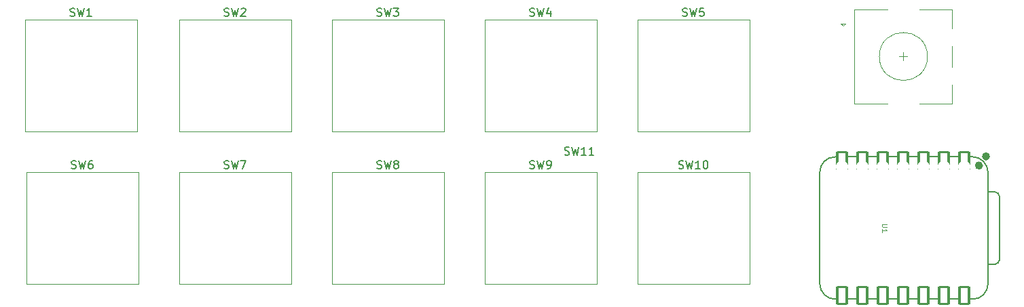
<source format=gto>
G04 #@! TF.GenerationSoftware,KiCad,Pcbnew,9.0.1*
G04 #@! TF.CreationDate,2025-06-11T13:57:41-04:00*
G04 #@! TF.ProjectId,hackpad,6861636b-7061-4642-9e6b-696361645f70,rev?*
G04 #@! TF.SameCoordinates,Original*
G04 #@! TF.FileFunction,Legend,Top*
G04 #@! TF.FilePolarity,Positive*
%FSLAX46Y46*%
G04 Gerber Fmt 4.6, Leading zero omitted, Abs format (unit mm)*
G04 Created by KiCad (PCBNEW 9.0.1) date 2025-06-11 13:57:41*
%MOMM*%
%LPD*%
G01*
G04 APERTURE LIST*
G04 Aperture macros list*
%AMRoundRect*
0 Rectangle with rounded corners*
0 $1 Rounding radius*
0 $2 $3 $4 $5 $6 $7 $8 $9 X,Y pos of 4 corners*
0 Add a 4 corners polygon primitive as box body*
4,1,4,$2,$3,$4,$5,$6,$7,$8,$9,$2,$3,0*
0 Add four circle primitives for the rounded corners*
1,1,$1+$1,$2,$3*
1,1,$1+$1,$4,$5*
1,1,$1+$1,$6,$7*
1,1,$1+$1,$8,$9*
0 Add four rect primitives between the rounded corners*
20,1,$1+$1,$2,$3,$4,$5,0*
20,1,$1+$1,$4,$5,$6,$7,0*
20,1,$1+$1,$6,$7,$8,$9,0*
20,1,$1+$1,$8,$9,$2,$3,0*%
G04 Aperture macros list end*
%ADD10C,0.150000*%
%ADD11C,0.101600*%
%ADD12C,0.120000*%
%ADD13C,0.127000*%
%ADD14C,0.100000*%
%ADD15C,0.504000*%
%ADD16O,1.600000X1.600000*%
%ADD17R,1.600000X1.600000*%
%ADD18C,2.200000*%
%ADD19C,1.700000*%
%ADD20C,4.000000*%
%ADD21RoundRect,0.152400X0.609600X-1.063600X0.609600X1.063600X-0.609600X1.063600X-0.609600X-1.063600X0*%
%ADD22C,1.524000*%
%ADD23RoundRect,0.152400X-0.609600X1.063600X-0.609600X-1.063600X0.609600X-1.063600X0.609600X1.063600X0*%
%ADD24R,2.000000X2.000000*%
%ADD25C,2.000000*%
%ADD26R,3.200000X2.000000*%
G04 APERTURE END LIST*
D10*
X112807917Y-59208200D02*
X112950774Y-59255819D01*
X112950774Y-59255819D02*
X113188869Y-59255819D01*
X113188869Y-59255819D02*
X113284107Y-59208200D01*
X113284107Y-59208200D02*
X113331726Y-59160580D01*
X113331726Y-59160580D02*
X113379345Y-59065342D01*
X113379345Y-59065342D02*
X113379345Y-58970104D01*
X113379345Y-58970104D02*
X113331726Y-58874866D01*
X113331726Y-58874866D02*
X113284107Y-58827247D01*
X113284107Y-58827247D02*
X113188869Y-58779628D01*
X113188869Y-58779628D02*
X112998393Y-58732009D01*
X112998393Y-58732009D02*
X112903155Y-58684390D01*
X112903155Y-58684390D02*
X112855536Y-58636771D01*
X112855536Y-58636771D02*
X112807917Y-58541533D01*
X112807917Y-58541533D02*
X112807917Y-58446295D01*
X112807917Y-58446295D02*
X112855536Y-58351057D01*
X112855536Y-58351057D02*
X112903155Y-58303438D01*
X112903155Y-58303438D02*
X112998393Y-58255819D01*
X112998393Y-58255819D02*
X113236488Y-58255819D01*
X113236488Y-58255819D02*
X113379345Y-58303438D01*
X113712679Y-58255819D02*
X113950774Y-59255819D01*
X113950774Y-59255819D02*
X114141250Y-58541533D01*
X114141250Y-58541533D02*
X114331726Y-59255819D01*
X114331726Y-59255819D02*
X114569822Y-58255819D01*
X115474583Y-59255819D02*
X114903155Y-59255819D01*
X115188869Y-59255819D02*
X115188869Y-58255819D01*
X115188869Y-58255819D02*
X115093631Y-58398676D01*
X115093631Y-58398676D02*
X114998393Y-58493914D01*
X114998393Y-58493914D02*
X114903155Y-58541533D01*
X151066667Y-59208200D02*
X151209524Y-59255819D01*
X151209524Y-59255819D02*
X151447619Y-59255819D01*
X151447619Y-59255819D02*
X151542857Y-59208200D01*
X151542857Y-59208200D02*
X151590476Y-59160580D01*
X151590476Y-59160580D02*
X151638095Y-59065342D01*
X151638095Y-59065342D02*
X151638095Y-58970104D01*
X151638095Y-58970104D02*
X151590476Y-58874866D01*
X151590476Y-58874866D02*
X151542857Y-58827247D01*
X151542857Y-58827247D02*
X151447619Y-58779628D01*
X151447619Y-58779628D02*
X151257143Y-58732009D01*
X151257143Y-58732009D02*
X151161905Y-58684390D01*
X151161905Y-58684390D02*
X151114286Y-58636771D01*
X151114286Y-58636771D02*
X151066667Y-58541533D01*
X151066667Y-58541533D02*
X151066667Y-58446295D01*
X151066667Y-58446295D02*
X151114286Y-58351057D01*
X151114286Y-58351057D02*
X151161905Y-58303438D01*
X151161905Y-58303438D02*
X151257143Y-58255819D01*
X151257143Y-58255819D02*
X151495238Y-58255819D01*
X151495238Y-58255819D02*
X151638095Y-58303438D01*
X151971429Y-58255819D02*
X152209524Y-59255819D01*
X152209524Y-59255819D02*
X152400000Y-58541533D01*
X152400000Y-58541533D02*
X152590476Y-59255819D01*
X152590476Y-59255819D02*
X152828572Y-58255819D01*
X153114286Y-58255819D02*
X153733333Y-58255819D01*
X153733333Y-58255819D02*
X153400000Y-58636771D01*
X153400000Y-58636771D02*
X153542857Y-58636771D01*
X153542857Y-58636771D02*
X153638095Y-58684390D01*
X153638095Y-58684390D02*
X153685714Y-58732009D01*
X153685714Y-58732009D02*
X153733333Y-58827247D01*
X153733333Y-58827247D02*
X153733333Y-59065342D01*
X153733333Y-59065342D02*
X153685714Y-59160580D01*
X153685714Y-59160580D02*
X153638095Y-59208200D01*
X153638095Y-59208200D02*
X153542857Y-59255819D01*
X153542857Y-59255819D02*
X153257143Y-59255819D01*
X153257143Y-59255819D02*
X153161905Y-59208200D01*
X153161905Y-59208200D02*
X153114286Y-59160580D01*
X132016667Y-59208200D02*
X132159524Y-59255819D01*
X132159524Y-59255819D02*
X132397619Y-59255819D01*
X132397619Y-59255819D02*
X132492857Y-59208200D01*
X132492857Y-59208200D02*
X132540476Y-59160580D01*
X132540476Y-59160580D02*
X132588095Y-59065342D01*
X132588095Y-59065342D02*
X132588095Y-58970104D01*
X132588095Y-58970104D02*
X132540476Y-58874866D01*
X132540476Y-58874866D02*
X132492857Y-58827247D01*
X132492857Y-58827247D02*
X132397619Y-58779628D01*
X132397619Y-58779628D02*
X132207143Y-58732009D01*
X132207143Y-58732009D02*
X132111905Y-58684390D01*
X132111905Y-58684390D02*
X132064286Y-58636771D01*
X132064286Y-58636771D02*
X132016667Y-58541533D01*
X132016667Y-58541533D02*
X132016667Y-58446295D01*
X132016667Y-58446295D02*
X132064286Y-58351057D01*
X132064286Y-58351057D02*
X132111905Y-58303438D01*
X132111905Y-58303438D02*
X132207143Y-58255819D01*
X132207143Y-58255819D02*
X132445238Y-58255819D01*
X132445238Y-58255819D02*
X132588095Y-58303438D01*
X132921429Y-58255819D02*
X133159524Y-59255819D01*
X133159524Y-59255819D02*
X133350000Y-58541533D01*
X133350000Y-58541533D02*
X133540476Y-59255819D01*
X133540476Y-59255819D02*
X133778572Y-58255819D01*
X134111905Y-58351057D02*
X134159524Y-58303438D01*
X134159524Y-58303438D02*
X134254762Y-58255819D01*
X134254762Y-58255819D02*
X134492857Y-58255819D01*
X134492857Y-58255819D02*
X134588095Y-58303438D01*
X134588095Y-58303438D02*
X134635714Y-58351057D01*
X134635714Y-58351057D02*
X134683333Y-58446295D01*
X134683333Y-58446295D02*
X134683333Y-58541533D01*
X134683333Y-58541533D02*
X134635714Y-58684390D01*
X134635714Y-58684390D02*
X134064286Y-59255819D01*
X134064286Y-59255819D02*
X134683333Y-59255819D01*
X189166667Y-59208200D02*
X189309524Y-59255819D01*
X189309524Y-59255819D02*
X189547619Y-59255819D01*
X189547619Y-59255819D02*
X189642857Y-59208200D01*
X189642857Y-59208200D02*
X189690476Y-59160580D01*
X189690476Y-59160580D02*
X189738095Y-59065342D01*
X189738095Y-59065342D02*
X189738095Y-58970104D01*
X189738095Y-58970104D02*
X189690476Y-58874866D01*
X189690476Y-58874866D02*
X189642857Y-58827247D01*
X189642857Y-58827247D02*
X189547619Y-58779628D01*
X189547619Y-58779628D02*
X189357143Y-58732009D01*
X189357143Y-58732009D02*
X189261905Y-58684390D01*
X189261905Y-58684390D02*
X189214286Y-58636771D01*
X189214286Y-58636771D02*
X189166667Y-58541533D01*
X189166667Y-58541533D02*
X189166667Y-58446295D01*
X189166667Y-58446295D02*
X189214286Y-58351057D01*
X189214286Y-58351057D02*
X189261905Y-58303438D01*
X189261905Y-58303438D02*
X189357143Y-58255819D01*
X189357143Y-58255819D02*
X189595238Y-58255819D01*
X189595238Y-58255819D02*
X189738095Y-58303438D01*
X190071429Y-58255819D02*
X190309524Y-59255819D01*
X190309524Y-59255819D02*
X190500000Y-58541533D01*
X190500000Y-58541533D02*
X190690476Y-59255819D01*
X190690476Y-59255819D02*
X190928572Y-58255819D01*
X191785714Y-58255819D02*
X191309524Y-58255819D01*
X191309524Y-58255819D02*
X191261905Y-58732009D01*
X191261905Y-58732009D02*
X191309524Y-58684390D01*
X191309524Y-58684390D02*
X191404762Y-58636771D01*
X191404762Y-58636771D02*
X191642857Y-58636771D01*
X191642857Y-58636771D02*
X191738095Y-58684390D01*
X191738095Y-58684390D02*
X191785714Y-58732009D01*
X191785714Y-58732009D02*
X191833333Y-58827247D01*
X191833333Y-58827247D02*
X191833333Y-59065342D01*
X191833333Y-59065342D02*
X191785714Y-59160580D01*
X191785714Y-59160580D02*
X191738095Y-59208200D01*
X191738095Y-59208200D02*
X191642857Y-59255819D01*
X191642857Y-59255819D02*
X191404762Y-59255819D01*
X191404762Y-59255819D02*
X191309524Y-59208200D01*
X191309524Y-59208200D02*
X191261905Y-59160580D01*
X170116667Y-59208200D02*
X170259524Y-59255819D01*
X170259524Y-59255819D02*
X170497619Y-59255819D01*
X170497619Y-59255819D02*
X170592857Y-59208200D01*
X170592857Y-59208200D02*
X170640476Y-59160580D01*
X170640476Y-59160580D02*
X170688095Y-59065342D01*
X170688095Y-59065342D02*
X170688095Y-58970104D01*
X170688095Y-58970104D02*
X170640476Y-58874866D01*
X170640476Y-58874866D02*
X170592857Y-58827247D01*
X170592857Y-58827247D02*
X170497619Y-58779628D01*
X170497619Y-58779628D02*
X170307143Y-58732009D01*
X170307143Y-58732009D02*
X170211905Y-58684390D01*
X170211905Y-58684390D02*
X170164286Y-58636771D01*
X170164286Y-58636771D02*
X170116667Y-58541533D01*
X170116667Y-58541533D02*
X170116667Y-58446295D01*
X170116667Y-58446295D02*
X170164286Y-58351057D01*
X170164286Y-58351057D02*
X170211905Y-58303438D01*
X170211905Y-58303438D02*
X170307143Y-58255819D01*
X170307143Y-58255819D02*
X170545238Y-58255819D01*
X170545238Y-58255819D02*
X170688095Y-58303438D01*
X171021429Y-58255819D02*
X171259524Y-59255819D01*
X171259524Y-59255819D02*
X171450000Y-58541533D01*
X171450000Y-58541533D02*
X171640476Y-59255819D01*
X171640476Y-59255819D02*
X171878572Y-58255819D01*
X172688095Y-58589152D02*
X172688095Y-59255819D01*
X172450000Y-58208200D02*
X172211905Y-58922485D01*
X172211905Y-58922485D02*
X172830952Y-58922485D01*
X188690476Y-78258200D02*
X188833333Y-78305819D01*
X188833333Y-78305819D02*
X189071428Y-78305819D01*
X189071428Y-78305819D02*
X189166666Y-78258200D01*
X189166666Y-78258200D02*
X189214285Y-78210580D01*
X189214285Y-78210580D02*
X189261904Y-78115342D01*
X189261904Y-78115342D02*
X189261904Y-78020104D01*
X189261904Y-78020104D02*
X189214285Y-77924866D01*
X189214285Y-77924866D02*
X189166666Y-77877247D01*
X189166666Y-77877247D02*
X189071428Y-77829628D01*
X189071428Y-77829628D02*
X188880952Y-77782009D01*
X188880952Y-77782009D02*
X188785714Y-77734390D01*
X188785714Y-77734390D02*
X188738095Y-77686771D01*
X188738095Y-77686771D02*
X188690476Y-77591533D01*
X188690476Y-77591533D02*
X188690476Y-77496295D01*
X188690476Y-77496295D02*
X188738095Y-77401057D01*
X188738095Y-77401057D02*
X188785714Y-77353438D01*
X188785714Y-77353438D02*
X188880952Y-77305819D01*
X188880952Y-77305819D02*
X189119047Y-77305819D01*
X189119047Y-77305819D02*
X189261904Y-77353438D01*
X189595238Y-77305819D02*
X189833333Y-78305819D01*
X189833333Y-78305819D02*
X190023809Y-77591533D01*
X190023809Y-77591533D02*
X190214285Y-78305819D01*
X190214285Y-78305819D02*
X190452381Y-77305819D01*
X191357142Y-78305819D02*
X190785714Y-78305819D01*
X191071428Y-78305819D02*
X191071428Y-77305819D01*
X191071428Y-77305819D02*
X190976190Y-77448676D01*
X190976190Y-77448676D02*
X190880952Y-77543914D01*
X190880952Y-77543914D02*
X190785714Y-77591533D01*
X191976190Y-77305819D02*
X192071428Y-77305819D01*
X192071428Y-77305819D02*
X192166666Y-77353438D01*
X192166666Y-77353438D02*
X192214285Y-77401057D01*
X192214285Y-77401057D02*
X192261904Y-77496295D01*
X192261904Y-77496295D02*
X192309523Y-77686771D01*
X192309523Y-77686771D02*
X192309523Y-77924866D01*
X192309523Y-77924866D02*
X192261904Y-78115342D01*
X192261904Y-78115342D02*
X192214285Y-78210580D01*
X192214285Y-78210580D02*
X192166666Y-78258200D01*
X192166666Y-78258200D02*
X192071428Y-78305819D01*
X192071428Y-78305819D02*
X191976190Y-78305819D01*
X191976190Y-78305819D02*
X191880952Y-78258200D01*
X191880952Y-78258200D02*
X191833333Y-78210580D01*
X191833333Y-78210580D02*
X191785714Y-78115342D01*
X191785714Y-78115342D02*
X191738095Y-77924866D01*
X191738095Y-77924866D02*
X191738095Y-77686771D01*
X191738095Y-77686771D02*
X191785714Y-77496295D01*
X191785714Y-77496295D02*
X191833333Y-77401057D01*
X191833333Y-77401057D02*
X191880952Y-77353438D01*
X191880952Y-77353438D02*
X191976190Y-77305819D01*
D11*
X214659020Y-85241190D02*
X214144973Y-85241190D01*
X214144973Y-85241190D02*
X214084497Y-85271428D01*
X214084497Y-85271428D02*
X214054259Y-85301666D01*
X214054259Y-85301666D02*
X214024020Y-85362142D01*
X214024020Y-85362142D02*
X214024020Y-85483095D01*
X214024020Y-85483095D02*
X214054259Y-85543571D01*
X214054259Y-85543571D02*
X214084497Y-85573809D01*
X214084497Y-85573809D02*
X214144973Y-85604047D01*
X214144973Y-85604047D02*
X214659020Y-85604047D01*
X214024020Y-86239047D02*
X214024020Y-85876190D01*
X214024020Y-86057618D02*
X214659020Y-86057618D01*
X214659020Y-86057618D02*
X214568306Y-85997142D01*
X214568306Y-85997142D02*
X214507830Y-85936666D01*
X214507830Y-85936666D02*
X214477592Y-85876190D01*
D10*
X174465476Y-76550950D02*
X174608333Y-76598569D01*
X174608333Y-76598569D02*
X174846428Y-76598569D01*
X174846428Y-76598569D02*
X174941666Y-76550950D01*
X174941666Y-76550950D02*
X174989285Y-76503330D01*
X174989285Y-76503330D02*
X175036904Y-76408092D01*
X175036904Y-76408092D02*
X175036904Y-76312854D01*
X175036904Y-76312854D02*
X174989285Y-76217616D01*
X174989285Y-76217616D02*
X174941666Y-76169997D01*
X174941666Y-76169997D02*
X174846428Y-76122378D01*
X174846428Y-76122378D02*
X174655952Y-76074759D01*
X174655952Y-76074759D02*
X174560714Y-76027140D01*
X174560714Y-76027140D02*
X174513095Y-75979521D01*
X174513095Y-75979521D02*
X174465476Y-75884283D01*
X174465476Y-75884283D02*
X174465476Y-75789045D01*
X174465476Y-75789045D02*
X174513095Y-75693807D01*
X174513095Y-75693807D02*
X174560714Y-75646188D01*
X174560714Y-75646188D02*
X174655952Y-75598569D01*
X174655952Y-75598569D02*
X174894047Y-75598569D01*
X174894047Y-75598569D02*
X175036904Y-75646188D01*
X175370238Y-75598569D02*
X175608333Y-76598569D01*
X175608333Y-76598569D02*
X175798809Y-75884283D01*
X175798809Y-75884283D02*
X175989285Y-76598569D01*
X175989285Y-76598569D02*
X176227381Y-75598569D01*
X177132142Y-76598569D02*
X176560714Y-76598569D01*
X176846428Y-76598569D02*
X176846428Y-75598569D01*
X176846428Y-75598569D02*
X176751190Y-75741426D01*
X176751190Y-75741426D02*
X176655952Y-75836664D01*
X176655952Y-75836664D02*
X176560714Y-75884283D01*
X178084523Y-76598569D02*
X177513095Y-76598569D01*
X177798809Y-76598569D02*
X177798809Y-75598569D01*
X177798809Y-75598569D02*
X177703571Y-75741426D01*
X177703571Y-75741426D02*
X177608333Y-75836664D01*
X177608333Y-75836664D02*
X177513095Y-75884283D01*
X170116667Y-78258200D02*
X170259524Y-78305819D01*
X170259524Y-78305819D02*
X170497619Y-78305819D01*
X170497619Y-78305819D02*
X170592857Y-78258200D01*
X170592857Y-78258200D02*
X170640476Y-78210580D01*
X170640476Y-78210580D02*
X170688095Y-78115342D01*
X170688095Y-78115342D02*
X170688095Y-78020104D01*
X170688095Y-78020104D02*
X170640476Y-77924866D01*
X170640476Y-77924866D02*
X170592857Y-77877247D01*
X170592857Y-77877247D02*
X170497619Y-77829628D01*
X170497619Y-77829628D02*
X170307143Y-77782009D01*
X170307143Y-77782009D02*
X170211905Y-77734390D01*
X170211905Y-77734390D02*
X170164286Y-77686771D01*
X170164286Y-77686771D02*
X170116667Y-77591533D01*
X170116667Y-77591533D02*
X170116667Y-77496295D01*
X170116667Y-77496295D02*
X170164286Y-77401057D01*
X170164286Y-77401057D02*
X170211905Y-77353438D01*
X170211905Y-77353438D02*
X170307143Y-77305819D01*
X170307143Y-77305819D02*
X170545238Y-77305819D01*
X170545238Y-77305819D02*
X170688095Y-77353438D01*
X171021429Y-77305819D02*
X171259524Y-78305819D01*
X171259524Y-78305819D02*
X171450000Y-77591533D01*
X171450000Y-77591533D02*
X171640476Y-78305819D01*
X171640476Y-78305819D02*
X171878572Y-77305819D01*
X172307143Y-78305819D02*
X172497619Y-78305819D01*
X172497619Y-78305819D02*
X172592857Y-78258200D01*
X172592857Y-78258200D02*
X172640476Y-78210580D01*
X172640476Y-78210580D02*
X172735714Y-78067723D01*
X172735714Y-78067723D02*
X172783333Y-77877247D01*
X172783333Y-77877247D02*
X172783333Y-77496295D01*
X172783333Y-77496295D02*
X172735714Y-77401057D01*
X172735714Y-77401057D02*
X172688095Y-77353438D01*
X172688095Y-77353438D02*
X172592857Y-77305819D01*
X172592857Y-77305819D02*
X172402381Y-77305819D01*
X172402381Y-77305819D02*
X172307143Y-77353438D01*
X172307143Y-77353438D02*
X172259524Y-77401057D01*
X172259524Y-77401057D02*
X172211905Y-77496295D01*
X172211905Y-77496295D02*
X172211905Y-77734390D01*
X172211905Y-77734390D02*
X172259524Y-77829628D01*
X172259524Y-77829628D02*
X172307143Y-77877247D01*
X172307143Y-77877247D02*
X172402381Y-77924866D01*
X172402381Y-77924866D02*
X172592857Y-77924866D01*
X172592857Y-77924866D02*
X172688095Y-77877247D01*
X172688095Y-77877247D02*
X172735714Y-77829628D01*
X172735714Y-77829628D02*
X172783333Y-77734390D01*
X151066667Y-78258200D02*
X151209524Y-78305819D01*
X151209524Y-78305819D02*
X151447619Y-78305819D01*
X151447619Y-78305819D02*
X151542857Y-78258200D01*
X151542857Y-78258200D02*
X151590476Y-78210580D01*
X151590476Y-78210580D02*
X151638095Y-78115342D01*
X151638095Y-78115342D02*
X151638095Y-78020104D01*
X151638095Y-78020104D02*
X151590476Y-77924866D01*
X151590476Y-77924866D02*
X151542857Y-77877247D01*
X151542857Y-77877247D02*
X151447619Y-77829628D01*
X151447619Y-77829628D02*
X151257143Y-77782009D01*
X151257143Y-77782009D02*
X151161905Y-77734390D01*
X151161905Y-77734390D02*
X151114286Y-77686771D01*
X151114286Y-77686771D02*
X151066667Y-77591533D01*
X151066667Y-77591533D02*
X151066667Y-77496295D01*
X151066667Y-77496295D02*
X151114286Y-77401057D01*
X151114286Y-77401057D02*
X151161905Y-77353438D01*
X151161905Y-77353438D02*
X151257143Y-77305819D01*
X151257143Y-77305819D02*
X151495238Y-77305819D01*
X151495238Y-77305819D02*
X151638095Y-77353438D01*
X151971429Y-77305819D02*
X152209524Y-78305819D01*
X152209524Y-78305819D02*
X152400000Y-77591533D01*
X152400000Y-77591533D02*
X152590476Y-78305819D01*
X152590476Y-78305819D02*
X152828572Y-77305819D01*
X153352381Y-77734390D02*
X153257143Y-77686771D01*
X153257143Y-77686771D02*
X153209524Y-77639152D01*
X153209524Y-77639152D02*
X153161905Y-77543914D01*
X153161905Y-77543914D02*
X153161905Y-77496295D01*
X153161905Y-77496295D02*
X153209524Y-77401057D01*
X153209524Y-77401057D02*
X153257143Y-77353438D01*
X153257143Y-77353438D02*
X153352381Y-77305819D01*
X153352381Y-77305819D02*
X153542857Y-77305819D01*
X153542857Y-77305819D02*
X153638095Y-77353438D01*
X153638095Y-77353438D02*
X153685714Y-77401057D01*
X153685714Y-77401057D02*
X153733333Y-77496295D01*
X153733333Y-77496295D02*
X153733333Y-77543914D01*
X153733333Y-77543914D02*
X153685714Y-77639152D01*
X153685714Y-77639152D02*
X153638095Y-77686771D01*
X153638095Y-77686771D02*
X153542857Y-77734390D01*
X153542857Y-77734390D02*
X153352381Y-77734390D01*
X153352381Y-77734390D02*
X153257143Y-77782009D01*
X153257143Y-77782009D02*
X153209524Y-77829628D01*
X153209524Y-77829628D02*
X153161905Y-77924866D01*
X153161905Y-77924866D02*
X153161905Y-78115342D01*
X153161905Y-78115342D02*
X153209524Y-78210580D01*
X153209524Y-78210580D02*
X153257143Y-78258200D01*
X153257143Y-78258200D02*
X153352381Y-78305819D01*
X153352381Y-78305819D02*
X153542857Y-78305819D01*
X153542857Y-78305819D02*
X153638095Y-78258200D01*
X153638095Y-78258200D02*
X153685714Y-78210580D01*
X153685714Y-78210580D02*
X153733333Y-78115342D01*
X153733333Y-78115342D02*
X153733333Y-77924866D01*
X153733333Y-77924866D02*
X153685714Y-77829628D01*
X153685714Y-77829628D02*
X153638095Y-77782009D01*
X153638095Y-77782009D02*
X153542857Y-77734390D01*
X132016667Y-78258200D02*
X132159524Y-78305819D01*
X132159524Y-78305819D02*
X132397619Y-78305819D01*
X132397619Y-78305819D02*
X132492857Y-78258200D01*
X132492857Y-78258200D02*
X132540476Y-78210580D01*
X132540476Y-78210580D02*
X132588095Y-78115342D01*
X132588095Y-78115342D02*
X132588095Y-78020104D01*
X132588095Y-78020104D02*
X132540476Y-77924866D01*
X132540476Y-77924866D02*
X132492857Y-77877247D01*
X132492857Y-77877247D02*
X132397619Y-77829628D01*
X132397619Y-77829628D02*
X132207143Y-77782009D01*
X132207143Y-77782009D02*
X132111905Y-77734390D01*
X132111905Y-77734390D02*
X132064286Y-77686771D01*
X132064286Y-77686771D02*
X132016667Y-77591533D01*
X132016667Y-77591533D02*
X132016667Y-77496295D01*
X132016667Y-77496295D02*
X132064286Y-77401057D01*
X132064286Y-77401057D02*
X132111905Y-77353438D01*
X132111905Y-77353438D02*
X132207143Y-77305819D01*
X132207143Y-77305819D02*
X132445238Y-77305819D01*
X132445238Y-77305819D02*
X132588095Y-77353438D01*
X132921429Y-77305819D02*
X133159524Y-78305819D01*
X133159524Y-78305819D02*
X133350000Y-77591533D01*
X133350000Y-77591533D02*
X133540476Y-78305819D01*
X133540476Y-78305819D02*
X133778572Y-77305819D01*
X134064286Y-77305819D02*
X134730952Y-77305819D01*
X134730952Y-77305819D02*
X134302381Y-78305819D01*
X112966667Y-78258200D02*
X113109524Y-78305819D01*
X113109524Y-78305819D02*
X113347619Y-78305819D01*
X113347619Y-78305819D02*
X113442857Y-78258200D01*
X113442857Y-78258200D02*
X113490476Y-78210580D01*
X113490476Y-78210580D02*
X113538095Y-78115342D01*
X113538095Y-78115342D02*
X113538095Y-78020104D01*
X113538095Y-78020104D02*
X113490476Y-77924866D01*
X113490476Y-77924866D02*
X113442857Y-77877247D01*
X113442857Y-77877247D02*
X113347619Y-77829628D01*
X113347619Y-77829628D02*
X113157143Y-77782009D01*
X113157143Y-77782009D02*
X113061905Y-77734390D01*
X113061905Y-77734390D02*
X113014286Y-77686771D01*
X113014286Y-77686771D02*
X112966667Y-77591533D01*
X112966667Y-77591533D02*
X112966667Y-77496295D01*
X112966667Y-77496295D02*
X113014286Y-77401057D01*
X113014286Y-77401057D02*
X113061905Y-77353438D01*
X113061905Y-77353438D02*
X113157143Y-77305819D01*
X113157143Y-77305819D02*
X113395238Y-77305819D01*
X113395238Y-77305819D02*
X113538095Y-77353438D01*
X113871429Y-77305819D02*
X114109524Y-78305819D01*
X114109524Y-78305819D02*
X114300000Y-77591533D01*
X114300000Y-77591533D02*
X114490476Y-78305819D01*
X114490476Y-78305819D02*
X114728572Y-77305819D01*
X115538095Y-77305819D02*
X115347619Y-77305819D01*
X115347619Y-77305819D02*
X115252381Y-77353438D01*
X115252381Y-77353438D02*
X115204762Y-77401057D01*
X115204762Y-77401057D02*
X115109524Y-77543914D01*
X115109524Y-77543914D02*
X115061905Y-77734390D01*
X115061905Y-77734390D02*
X115061905Y-78115342D01*
X115061905Y-78115342D02*
X115109524Y-78210580D01*
X115109524Y-78210580D02*
X115157143Y-78258200D01*
X115157143Y-78258200D02*
X115252381Y-78305819D01*
X115252381Y-78305819D02*
X115442857Y-78305819D01*
X115442857Y-78305819D02*
X115538095Y-78258200D01*
X115538095Y-78258200D02*
X115585714Y-78210580D01*
X115585714Y-78210580D02*
X115633333Y-78115342D01*
X115633333Y-78115342D02*
X115633333Y-77877247D01*
X115633333Y-77877247D02*
X115585714Y-77782009D01*
X115585714Y-77782009D02*
X115538095Y-77734390D01*
X115538095Y-77734390D02*
X115442857Y-77686771D01*
X115442857Y-77686771D02*
X115252381Y-77686771D01*
X115252381Y-77686771D02*
X115157143Y-77734390D01*
X115157143Y-77734390D02*
X115109524Y-77782009D01*
X115109524Y-77782009D02*
X115061905Y-77877247D01*
D12*
G04 #@! TO.C,SW1*
X121126250Y-73660000D02*
X107156250Y-73660000D01*
X121126250Y-59690000D02*
X121126250Y-73660000D01*
X107156250Y-73660000D02*
X107156250Y-59690000D01*
X107156250Y-59690000D02*
X121126250Y-59690000D01*
G04 #@! TO.C,SW3*
X159385000Y-73660000D02*
X145415000Y-73660000D01*
X159385000Y-59690000D02*
X159385000Y-73660000D01*
X145415000Y-73660000D02*
X145415000Y-59690000D01*
X145415000Y-59690000D02*
X159385000Y-59690000D01*
G04 #@! TO.C,SW2*
X140335000Y-73660000D02*
X126365000Y-73660000D01*
X140335000Y-59690000D02*
X140335000Y-73660000D01*
X126365000Y-73660000D02*
X126365000Y-59690000D01*
X126365000Y-59690000D02*
X140335000Y-59690000D01*
G04 #@! TO.C,SW5*
X197485000Y-73660000D02*
X183515000Y-73660000D01*
X197485000Y-59690000D02*
X197485000Y-73660000D01*
X183515000Y-73660000D02*
X183515000Y-59690000D01*
X183515000Y-59690000D02*
X197485000Y-59690000D01*
G04 #@! TO.C,SW4*
X178435000Y-73660000D02*
X164465000Y-73660000D01*
X178435000Y-59690000D02*
X178435000Y-73660000D01*
X164465000Y-73660000D02*
X164465000Y-59690000D01*
X164465000Y-59690000D02*
X178435000Y-59690000D01*
G04 #@! TO.C,SW10*
X197485000Y-92710000D02*
X183515000Y-92710000D01*
X197485000Y-78740000D02*
X197485000Y-92710000D01*
X183515000Y-92710000D02*
X183515000Y-78740000D01*
X183515000Y-78740000D02*
X197485000Y-78740000D01*
D13*
G04 #@! TO.C,U1*
X208184750Y-76835000D02*
X225329750Y-76835000D01*
X206279750Y-78740000D02*
X206279750Y-92710000D01*
X227234750Y-81230000D02*
X228145022Y-81233728D01*
X228644750Y-81733728D02*
X228644750Y-89729000D01*
X228144750Y-90229000D02*
X227234750Y-90229000D01*
D14*
X227234750Y-92710000D02*
X227234750Y-78740000D01*
D13*
X227234750Y-92710000D02*
X227234750Y-78740000D01*
X208184750Y-94615000D02*
X225329750Y-94615000D01*
X225329750Y-76835000D02*
G75*
G02*
X227234750Y-78740000I-1J-1905001D01*
G01*
X206279750Y-78740000D02*
G75*
G02*
X208184750Y-76835000I1905001J-1D01*
G01*
X228145022Y-81233728D02*
G75*
G02*
X228644749Y-81733728I-291J-500018D01*
G01*
X228644750Y-89729000D02*
G75*
G02*
X228144750Y-90229000I-500000J0D01*
G01*
X227234750Y-92710000D02*
G75*
G02*
X225329750Y-94615000I-1905000J0D01*
G01*
X208184750Y-94615000D02*
G75*
G02*
X206279750Y-92710000I0J1905000D01*
G01*
D15*
X227245750Y-76775000D02*
G75*
G02*
X226741750Y-76775000I-252000J0D01*
G01*
X226741750Y-76775000D02*
G75*
G02*
X227245750Y-76775000I252000J0D01*
G01*
X226365750Y-77918000D02*
G75*
G02*
X225861750Y-77918000I-252000J0D01*
G01*
X225861750Y-77918000D02*
G75*
G02*
X226365750Y-77918000I252000J0D01*
G01*
D12*
G04 #@! TO.C,SW11*
X219693750Y-64293750D02*
G75*
G02*
X213693750Y-64293750I-3000000J0D01*
G01*
X213693750Y-64293750D02*
G75*
G02*
X219693750Y-64293750I3000000J0D01*
G01*
X218693750Y-58393750D02*
X222793750Y-58393750D01*
X222793750Y-70193750D02*
X218693750Y-70193750D01*
X214693750Y-70193750D02*
X210593750Y-70193750D01*
X214693750Y-58393750D02*
X210593750Y-58393750D01*
X210593750Y-58393750D02*
X210593750Y-70193750D01*
X209193750Y-60493750D02*
X208893750Y-60193750D01*
X208893750Y-60193750D02*
X209493750Y-60193750D01*
X209493750Y-60193750D02*
X209193750Y-60493750D01*
X222793750Y-58393750D02*
X222793750Y-60793750D01*
X222793750Y-62993750D02*
X222793750Y-65593750D01*
X222793750Y-67793750D02*
X222793750Y-70193750D01*
X216693750Y-63793750D02*
X216693750Y-64793750D01*
X216193750Y-64293750D02*
X217193750Y-64293750D01*
G04 #@! TO.C,SW9*
X164465000Y-78740000D02*
X178435000Y-78740000D01*
X164465000Y-92710000D02*
X164465000Y-78740000D01*
X178435000Y-78740000D02*
X178435000Y-92710000D01*
X178435000Y-92710000D02*
X164465000Y-92710000D01*
G04 #@! TO.C,SW8*
X145415000Y-78740000D02*
X159385000Y-78740000D01*
X145415000Y-92710000D02*
X145415000Y-78740000D01*
X159385000Y-78740000D02*
X159385000Y-92710000D01*
X159385000Y-92710000D02*
X145415000Y-92710000D01*
G04 #@! TO.C,SW7*
X126365000Y-78740000D02*
X140335000Y-78740000D01*
X126365000Y-92710000D02*
X126365000Y-78740000D01*
X140335000Y-78740000D02*
X140335000Y-92710000D01*
X140335000Y-92710000D02*
X126365000Y-92710000D01*
G04 #@! TO.C,SW6*
X107315000Y-78740000D02*
X121285000Y-78740000D01*
X107315000Y-92710000D02*
X107315000Y-78740000D01*
X121285000Y-78740000D02*
X121285000Y-92710000D01*
X121285000Y-92710000D02*
X107315000Y-92710000D01*
G04 #@! TD*
%LPC*%
D16*
G04 #@! TO.C,D5*
X200025000Y-69056250D03*
D17*
X200025000Y-76676250D03*
G04 #@! TD*
D18*
G04 #@! TO.C,SW1*
X110331250Y-64135000D03*
X116681250Y-61595000D03*
D19*
X119221250Y-66675000D03*
D20*
X114141250Y-66675000D03*
D19*
X109061250Y-66675000D03*
G04 #@! TD*
D18*
G04 #@! TO.C,SW3*
X148590000Y-64135000D03*
X154940000Y-61595000D03*
D19*
X157480000Y-66675000D03*
D20*
X152400000Y-66675000D03*
D19*
X147320000Y-66675000D03*
G04 #@! TD*
D18*
G04 #@! TO.C,SW2*
X129540000Y-64135000D03*
X135890000Y-61595000D03*
D19*
X138430000Y-66675000D03*
D20*
X133350000Y-66675000D03*
D19*
X128270000Y-66675000D03*
G04 #@! TD*
D18*
G04 #@! TO.C,SW5*
X186690000Y-64135000D03*
X193040000Y-61595000D03*
D19*
X195580000Y-66675000D03*
D20*
X190500000Y-66675000D03*
D19*
X185420000Y-66675000D03*
G04 #@! TD*
D18*
G04 #@! TO.C,SW4*
X167640000Y-64135000D03*
X173990000Y-61595000D03*
D19*
X176530000Y-66675000D03*
D20*
X171450000Y-66675000D03*
D19*
X166370000Y-66675000D03*
G04 #@! TD*
D18*
G04 #@! TO.C,SW10*
X186690000Y-83185000D03*
X193040000Y-80645000D03*
D19*
X195580000Y-85725000D03*
D20*
X190500000Y-85725000D03*
D19*
X185420000Y-85725000D03*
G04 #@! TD*
D16*
G04 #@! TO.C,D1*
X123825000Y-69056250D03*
D17*
X123825000Y-76676250D03*
G04 #@! TD*
D21*
G04 #@! TO.C,U1*
X224313750Y-77270000D03*
D22*
X224313750Y-78105000D03*
D21*
X221773750Y-77270000D03*
D22*
X221773750Y-78105000D03*
D21*
X219233750Y-77270000D03*
D22*
X219233750Y-78105000D03*
D21*
X216693750Y-77270000D03*
D22*
X216693750Y-78105000D03*
D21*
X214153750Y-77270000D03*
D22*
X214153750Y-78105000D03*
D21*
X211613750Y-77270000D03*
D22*
X211613750Y-78105000D03*
D21*
X209073750Y-77270000D03*
D22*
X209073750Y-78105000D03*
X209073750Y-93345000D03*
D23*
X209073750Y-94180000D03*
D22*
X211613750Y-93345000D03*
D23*
X211613750Y-94180000D03*
D22*
X214153750Y-93345000D03*
D23*
X214153750Y-94180000D03*
D22*
X216693750Y-93345000D03*
D23*
X216693750Y-94180000D03*
D22*
X219233750Y-93345000D03*
D23*
X219233750Y-94180000D03*
D22*
X221773750Y-93345000D03*
D23*
X221773750Y-94180000D03*
D22*
X224313750Y-93345000D03*
D23*
X224313750Y-94180000D03*
G04 #@! TD*
D24*
G04 #@! TO.C,SW11*
X209193750Y-61793750D03*
D25*
X209193750Y-64293750D03*
X209193750Y-66793750D03*
D26*
X216693750Y-58693750D03*
X216693750Y-69893750D03*
D25*
X223693750Y-61793750D03*
X223693750Y-66793750D03*
G04 #@! TD*
D19*
G04 #@! TO.C,SW9*
X166370000Y-85725000D03*
D20*
X171450000Y-85725000D03*
D19*
X176530000Y-85725000D03*
D18*
X173990000Y-80645000D03*
X167640000Y-83185000D03*
G04 #@! TD*
D19*
G04 #@! TO.C,SW8*
X147320000Y-85725000D03*
D20*
X152400000Y-85725000D03*
D19*
X157480000Y-85725000D03*
D18*
X154940000Y-80645000D03*
X148590000Y-83185000D03*
G04 #@! TD*
D19*
G04 #@! TO.C,SW7*
X128270000Y-85725000D03*
D20*
X133350000Y-85725000D03*
D19*
X138430000Y-85725000D03*
D18*
X135890000Y-80645000D03*
X129540000Y-83185000D03*
G04 #@! TD*
D19*
G04 #@! TO.C,SW6*
X109220000Y-85725000D03*
D20*
X114300000Y-85725000D03*
D19*
X119380000Y-85725000D03*
D18*
X116840000Y-80645000D03*
X110490000Y-83185000D03*
G04 #@! TD*
D17*
G04 #@! TO.C,D10*
X200025000Y-93345000D03*
D16*
X200025000Y-85725000D03*
G04 #@! TD*
D17*
G04 #@! TO.C,D9*
X180975000Y-93345000D03*
D16*
X180975000Y-85725000D03*
G04 #@! TD*
D17*
G04 #@! TO.C,D8*
X161925000Y-93345000D03*
D16*
X161925000Y-85725000D03*
G04 #@! TD*
D17*
G04 #@! TO.C,D7*
X142875000Y-93345000D03*
D16*
X142875000Y-85725000D03*
G04 #@! TD*
D17*
G04 #@! TO.C,D6*
X123825000Y-93345000D03*
D16*
X123825000Y-85725000D03*
G04 #@! TD*
D17*
G04 #@! TO.C,D4*
X180975000Y-76676250D03*
D16*
X180975000Y-69056250D03*
G04 #@! TD*
D17*
G04 #@! TO.C,D3*
X161925000Y-76676250D03*
D16*
X161925000Y-69056250D03*
G04 #@! TD*
D17*
G04 #@! TO.C,D2*
X142875000Y-76676250D03*
D16*
X142875000Y-69056250D03*
G04 #@! TD*
%LPD*%
M02*

</source>
